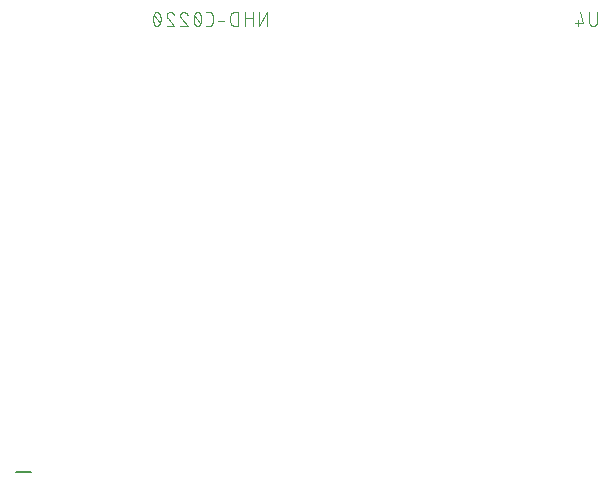
<source format=gbr>
G04 EAGLE Gerber X2 export*
%TF.Part,Single*%
%TF.FileFunction,Legend,Bot,1*%
%TF.FilePolarity,Positive*%
%TF.GenerationSoftware,Autodesk,EAGLE,9.1.3*%
%TF.CreationDate,2018-10-15T23:42:15Z*%
G75*
%MOMM*%
%FSLAX34Y34*%
%LPD*%
%AMOC8*
5,1,8,0,0,1.08239X$1,22.5*%
G01*
%ADD10C,0.203200*%
%ADD11C,0.101600*%


D10*
X209550Y206820D02*
X222250Y206820D01*
D11*
X701592Y587954D02*
X701592Y596392D01*
X701592Y587954D02*
X701590Y587841D01*
X701584Y587728D01*
X701574Y587615D01*
X701560Y587502D01*
X701543Y587390D01*
X701521Y587279D01*
X701496Y587169D01*
X701466Y587059D01*
X701433Y586951D01*
X701396Y586844D01*
X701356Y586738D01*
X701311Y586634D01*
X701263Y586531D01*
X701212Y586430D01*
X701157Y586331D01*
X701099Y586234D01*
X701037Y586139D01*
X700972Y586046D01*
X700904Y585956D01*
X700833Y585868D01*
X700758Y585782D01*
X700681Y585699D01*
X700601Y585619D01*
X700518Y585542D01*
X700432Y585467D01*
X700344Y585396D01*
X700254Y585328D01*
X700161Y585263D01*
X700066Y585201D01*
X699969Y585143D01*
X699870Y585088D01*
X699769Y585037D01*
X699666Y584989D01*
X699562Y584944D01*
X699456Y584904D01*
X699349Y584867D01*
X699241Y584834D01*
X699131Y584804D01*
X699021Y584779D01*
X698910Y584757D01*
X698798Y584740D01*
X698685Y584726D01*
X698572Y584716D01*
X698459Y584710D01*
X698346Y584708D01*
X698233Y584710D01*
X698120Y584716D01*
X698007Y584726D01*
X697894Y584740D01*
X697782Y584757D01*
X697671Y584779D01*
X697561Y584804D01*
X697451Y584834D01*
X697343Y584867D01*
X697236Y584904D01*
X697130Y584944D01*
X697026Y584989D01*
X696923Y585037D01*
X696822Y585088D01*
X696723Y585143D01*
X696626Y585201D01*
X696531Y585263D01*
X696438Y585328D01*
X696348Y585396D01*
X696260Y585467D01*
X696174Y585542D01*
X696091Y585619D01*
X696011Y585699D01*
X695934Y585782D01*
X695859Y585868D01*
X695788Y585956D01*
X695720Y586046D01*
X695655Y586139D01*
X695593Y586234D01*
X695535Y586331D01*
X695480Y586430D01*
X695429Y586531D01*
X695381Y586634D01*
X695336Y586738D01*
X695296Y586844D01*
X695259Y586951D01*
X695226Y587059D01*
X695196Y587169D01*
X695171Y587279D01*
X695149Y587390D01*
X695132Y587502D01*
X695118Y587615D01*
X695108Y587728D01*
X695102Y587841D01*
X695100Y587954D01*
X695101Y587954D02*
X695101Y596392D01*
X687185Y596392D02*
X689781Y587304D01*
X683290Y587304D01*
X685237Y589901D02*
X685237Y584708D01*
X422192Y584708D02*
X422192Y596392D01*
X415701Y584708D01*
X415701Y596392D01*
X410000Y596392D02*
X410000Y584708D01*
X410000Y591199D02*
X403509Y591199D01*
X403509Y596392D02*
X403509Y584708D01*
X397808Y584708D02*
X397808Y596392D01*
X394563Y596392D01*
X394450Y596390D01*
X394337Y596384D01*
X394224Y596374D01*
X394111Y596360D01*
X393999Y596343D01*
X393888Y596321D01*
X393778Y596296D01*
X393668Y596266D01*
X393560Y596233D01*
X393453Y596196D01*
X393347Y596156D01*
X393243Y596111D01*
X393140Y596063D01*
X393039Y596012D01*
X392940Y595957D01*
X392843Y595899D01*
X392748Y595837D01*
X392655Y595772D01*
X392565Y595704D01*
X392477Y595633D01*
X392391Y595558D01*
X392308Y595481D01*
X392228Y595401D01*
X392151Y595318D01*
X392076Y595232D01*
X392005Y595144D01*
X391937Y595054D01*
X391872Y594961D01*
X391810Y594866D01*
X391752Y594769D01*
X391697Y594670D01*
X391646Y594569D01*
X391598Y594466D01*
X391553Y594362D01*
X391513Y594256D01*
X391476Y594149D01*
X391443Y594041D01*
X391413Y593931D01*
X391388Y593821D01*
X391366Y593710D01*
X391349Y593598D01*
X391335Y593485D01*
X391325Y593372D01*
X391319Y593259D01*
X391317Y593146D01*
X391317Y587954D01*
X391319Y587841D01*
X391325Y587728D01*
X391335Y587615D01*
X391349Y587502D01*
X391366Y587390D01*
X391388Y587279D01*
X391413Y587169D01*
X391443Y587059D01*
X391476Y586951D01*
X391513Y586844D01*
X391553Y586738D01*
X391598Y586634D01*
X391646Y586531D01*
X391697Y586430D01*
X391752Y586331D01*
X391810Y586234D01*
X391872Y586139D01*
X391937Y586046D01*
X392005Y585956D01*
X392076Y585868D01*
X392151Y585782D01*
X392228Y585699D01*
X392308Y585619D01*
X392391Y585542D01*
X392477Y585467D01*
X392565Y585396D01*
X392655Y585328D01*
X392748Y585263D01*
X392843Y585201D01*
X392940Y585143D01*
X393039Y585088D01*
X393140Y585037D01*
X393243Y584989D01*
X393347Y584944D01*
X393453Y584904D01*
X393560Y584867D01*
X393668Y584834D01*
X393778Y584804D01*
X393888Y584779D01*
X393999Y584757D01*
X394111Y584740D01*
X394224Y584726D01*
X394337Y584716D01*
X394450Y584710D01*
X394563Y584708D01*
X397808Y584708D01*
X386110Y589252D02*
X380917Y589252D01*
X373528Y584708D02*
X370931Y584708D01*
X373528Y584708D02*
X373627Y584710D01*
X373727Y584716D01*
X373826Y584725D01*
X373924Y584738D01*
X374022Y584755D01*
X374120Y584776D01*
X374216Y584801D01*
X374311Y584829D01*
X374405Y584861D01*
X374498Y584896D01*
X374590Y584935D01*
X374680Y584978D01*
X374768Y585023D01*
X374855Y585073D01*
X374939Y585125D01*
X375022Y585181D01*
X375102Y585239D01*
X375180Y585301D01*
X375255Y585366D01*
X375328Y585434D01*
X375398Y585504D01*
X375466Y585577D01*
X375531Y585652D01*
X375593Y585730D01*
X375651Y585810D01*
X375707Y585893D01*
X375759Y585977D01*
X375809Y586064D01*
X375854Y586152D01*
X375897Y586242D01*
X375936Y586334D01*
X375971Y586427D01*
X376003Y586521D01*
X376031Y586616D01*
X376056Y586712D01*
X376077Y586810D01*
X376094Y586908D01*
X376107Y587006D01*
X376116Y587105D01*
X376122Y587205D01*
X376124Y587304D01*
X376124Y593796D01*
X376122Y593895D01*
X376116Y593995D01*
X376107Y594094D01*
X376094Y594192D01*
X376077Y594290D01*
X376056Y594388D01*
X376031Y594484D01*
X376003Y594579D01*
X375971Y594673D01*
X375936Y594766D01*
X375897Y594858D01*
X375854Y594948D01*
X375809Y595036D01*
X375759Y595123D01*
X375707Y595207D01*
X375651Y595290D01*
X375593Y595370D01*
X375531Y595448D01*
X375466Y595523D01*
X375398Y595596D01*
X375328Y595666D01*
X375255Y595734D01*
X375180Y595799D01*
X375102Y595861D01*
X375022Y595919D01*
X374939Y595975D01*
X374855Y596027D01*
X374768Y596077D01*
X374680Y596122D01*
X374590Y596165D01*
X374498Y596204D01*
X374405Y596239D01*
X374311Y596271D01*
X374216Y596299D01*
X374120Y596324D01*
X374022Y596345D01*
X373924Y596362D01*
X373826Y596375D01*
X373727Y596384D01*
X373627Y596390D01*
X373528Y596392D01*
X370931Y596392D01*
X365593Y594769D02*
X365692Y594562D01*
X365785Y594352D01*
X365873Y594139D01*
X365956Y593925D01*
X366034Y593709D01*
X366107Y593491D01*
X366175Y593271D01*
X366237Y593050D01*
X366294Y592827D01*
X366346Y592603D01*
X366392Y592378D01*
X366433Y592152D01*
X366468Y591925D01*
X366498Y591697D01*
X366523Y591468D01*
X366542Y591239D01*
X366556Y591010D01*
X366564Y590780D01*
X366567Y590550D01*
X365593Y594769D02*
X365560Y594859D01*
X365524Y594948D01*
X365484Y595036D01*
X365440Y595121D01*
X365393Y595205D01*
X365343Y595287D01*
X365289Y595367D01*
X365233Y595444D01*
X365173Y595520D01*
X365110Y595593D01*
X365045Y595663D01*
X364976Y595731D01*
X364905Y595795D01*
X364832Y595857D01*
X364756Y595916D01*
X364678Y595972D01*
X364597Y596025D01*
X364515Y596074D01*
X364431Y596120D01*
X364344Y596163D01*
X364257Y596202D01*
X364167Y596238D01*
X364077Y596270D01*
X363985Y596298D01*
X363892Y596323D01*
X363798Y596344D01*
X363704Y596361D01*
X363609Y596375D01*
X363513Y596384D01*
X363417Y596390D01*
X363321Y596392D01*
X363225Y596390D01*
X363129Y596384D01*
X363033Y596375D01*
X362938Y596361D01*
X362844Y596344D01*
X362750Y596323D01*
X362657Y596298D01*
X362565Y596270D01*
X362475Y596238D01*
X362385Y596202D01*
X362298Y596163D01*
X362211Y596120D01*
X362127Y596074D01*
X362045Y596025D01*
X361964Y595972D01*
X361886Y595916D01*
X361810Y595857D01*
X361737Y595795D01*
X361666Y595731D01*
X361597Y595663D01*
X361532Y595593D01*
X361469Y595520D01*
X361409Y595445D01*
X361353Y595367D01*
X361299Y595287D01*
X361249Y595205D01*
X361202Y595121D01*
X361159Y595036D01*
X361118Y594948D01*
X361082Y594859D01*
X361049Y594769D01*
X360950Y594561D01*
X360857Y594351D01*
X360769Y594139D01*
X360686Y593925D01*
X360608Y593708D01*
X360535Y593490D01*
X360467Y593271D01*
X360405Y593049D01*
X360348Y592827D01*
X360296Y592603D01*
X360250Y592378D01*
X360209Y592152D01*
X360174Y591924D01*
X360144Y591697D01*
X360119Y591468D01*
X360100Y591239D01*
X360086Y591010D01*
X360078Y590780D01*
X360075Y590550D01*
X366566Y590550D02*
X366563Y590320D01*
X366555Y590090D01*
X366541Y589861D01*
X366522Y589632D01*
X366497Y589403D01*
X366467Y589175D01*
X366432Y588948D01*
X366391Y588722D01*
X366345Y588497D01*
X366293Y588273D01*
X366236Y588050D01*
X366174Y587829D01*
X366106Y587609D01*
X366033Y587391D01*
X365955Y587175D01*
X365872Y586961D01*
X365784Y586749D01*
X365691Y586538D01*
X365592Y586331D01*
X365593Y586331D02*
X365560Y586241D01*
X365524Y586152D01*
X365483Y586064D01*
X365440Y585979D01*
X365393Y585895D01*
X365343Y585813D01*
X365289Y585733D01*
X365233Y585656D01*
X365173Y585580D01*
X365110Y585507D01*
X365045Y585437D01*
X364976Y585369D01*
X364905Y585305D01*
X364832Y585243D01*
X364756Y585184D01*
X364678Y585128D01*
X364597Y585075D01*
X364515Y585026D01*
X364431Y584980D01*
X364344Y584937D01*
X364257Y584898D01*
X364167Y584862D01*
X364077Y584830D01*
X363985Y584802D01*
X363892Y584777D01*
X363798Y584756D01*
X363704Y584739D01*
X363609Y584725D01*
X363513Y584716D01*
X363417Y584710D01*
X363321Y584708D01*
X361049Y586331D02*
X360950Y586538D01*
X360857Y586749D01*
X360769Y586961D01*
X360686Y587175D01*
X360608Y587391D01*
X360535Y587609D01*
X360467Y587829D01*
X360405Y588050D01*
X360348Y588273D01*
X360296Y588497D01*
X360250Y588722D01*
X360209Y588948D01*
X360174Y589175D01*
X360144Y589403D01*
X360119Y589632D01*
X360100Y589861D01*
X360086Y590090D01*
X360078Y590320D01*
X360075Y590550D01*
X361049Y586331D02*
X361082Y586241D01*
X361118Y586152D01*
X361159Y586064D01*
X361202Y585979D01*
X361249Y585895D01*
X361299Y585813D01*
X361353Y585733D01*
X361409Y585655D01*
X361469Y585580D01*
X361532Y585507D01*
X361597Y585437D01*
X361666Y585369D01*
X361737Y585305D01*
X361810Y585243D01*
X361886Y585184D01*
X361964Y585128D01*
X362045Y585075D01*
X362127Y585026D01*
X362211Y584980D01*
X362298Y584937D01*
X362385Y584898D01*
X362475Y584862D01*
X362565Y584830D01*
X362657Y584802D01*
X362750Y584777D01*
X362844Y584756D01*
X362938Y584739D01*
X363033Y584725D01*
X363129Y584716D01*
X363225Y584710D01*
X363321Y584708D01*
X365917Y587304D02*
X360724Y593796D01*
X351566Y596392D02*
X351459Y596390D01*
X351353Y596384D01*
X351247Y596374D01*
X351141Y596361D01*
X351035Y596343D01*
X350931Y596322D01*
X350827Y596297D01*
X350724Y596268D01*
X350623Y596236D01*
X350523Y596199D01*
X350424Y596159D01*
X350326Y596116D01*
X350230Y596069D01*
X350136Y596018D01*
X350044Y595964D01*
X349954Y595907D01*
X349866Y595847D01*
X349781Y595783D01*
X349698Y595716D01*
X349617Y595646D01*
X349539Y595574D01*
X349463Y595498D01*
X349391Y595420D01*
X349321Y595339D01*
X349254Y595256D01*
X349190Y595171D01*
X349130Y595083D01*
X349073Y594993D01*
X349019Y594901D01*
X348968Y594807D01*
X348921Y594711D01*
X348878Y594613D01*
X348838Y594514D01*
X348801Y594414D01*
X348769Y594313D01*
X348740Y594210D01*
X348715Y594106D01*
X348694Y594002D01*
X348676Y593896D01*
X348663Y593790D01*
X348653Y593684D01*
X348647Y593578D01*
X348645Y593471D01*
X351566Y596392D02*
X351687Y596390D01*
X351808Y596384D01*
X351928Y596374D01*
X352049Y596361D01*
X352168Y596343D01*
X352288Y596322D01*
X352406Y596297D01*
X352523Y596268D01*
X352640Y596235D01*
X352755Y596199D01*
X352869Y596158D01*
X352982Y596115D01*
X353094Y596067D01*
X353203Y596016D01*
X353311Y595961D01*
X353418Y595903D01*
X353522Y595842D01*
X353624Y595777D01*
X353724Y595709D01*
X353822Y595638D01*
X353918Y595564D01*
X354011Y595487D01*
X354101Y595406D01*
X354189Y595323D01*
X354274Y595237D01*
X354357Y595148D01*
X354436Y595057D01*
X354513Y594963D01*
X354586Y594867D01*
X354656Y594769D01*
X354723Y594668D01*
X354787Y594565D01*
X354848Y594460D01*
X354905Y594353D01*
X354958Y594245D01*
X355008Y594135D01*
X355054Y594023D01*
X355097Y593910D01*
X355136Y593795D01*
X349620Y591199D02*
X349541Y591277D01*
X349465Y591357D01*
X349392Y591440D01*
X349322Y591526D01*
X349255Y591613D01*
X349191Y591704D01*
X349131Y591796D01*
X349073Y591890D01*
X349019Y591987D01*
X348969Y592085D01*
X348922Y592185D01*
X348878Y592286D01*
X348838Y592389D01*
X348802Y592494D01*
X348770Y592599D01*
X348741Y592706D01*
X348716Y592813D01*
X348694Y592922D01*
X348677Y593031D01*
X348663Y593140D01*
X348654Y593250D01*
X348648Y593361D01*
X348646Y593471D01*
X349619Y591199D02*
X355136Y584708D01*
X348645Y584708D01*
X337215Y593471D02*
X337217Y593578D01*
X337223Y593684D01*
X337233Y593790D01*
X337246Y593896D01*
X337264Y594002D01*
X337285Y594106D01*
X337310Y594210D01*
X337339Y594313D01*
X337371Y594414D01*
X337408Y594514D01*
X337448Y594613D01*
X337491Y594711D01*
X337538Y594807D01*
X337589Y594901D01*
X337643Y594993D01*
X337700Y595083D01*
X337760Y595171D01*
X337824Y595256D01*
X337891Y595339D01*
X337961Y595420D01*
X338033Y595498D01*
X338109Y595574D01*
X338187Y595646D01*
X338268Y595716D01*
X338351Y595783D01*
X338436Y595847D01*
X338524Y595907D01*
X338614Y595964D01*
X338706Y596018D01*
X338800Y596069D01*
X338896Y596116D01*
X338994Y596159D01*
X339093Y596199D01*
X339193Y596236D01*
X339294Y596268D01*
X339397Y596297D01*
X339501Y596322D01*
X339605Y596343D01*
X339711Y596361D01*
X339817Y596374D01*
X339923Y596384D01*
X340029Y596390D01*
X340136Y596392D01*
X340257Y596390D01*
X340378Y596384D01*
X340498Y596374D01*
X340619Y596361D01*
X340738Y596343D01*
X340858Y596322D01*
X340976Y596297D01*
X341093Y596268D01*
X341210Y596235D01*
X341325Y596199D01*
X341439Y596158D01*
X341552Y596115D01*
X341664Y596067D01*
X341773Y596016D01*
X341881Y595961D01*
X341988Y595903D01*
X342092Y595842D01*
X342194Y595777D01*
X342294Y595709D01*
X342392Y595638D01*
X342488Y595564D01*
X342581Y595487D01*
X342671Y595406D01*
X342759Y595323D01*
X342844Y595237D01*
X342927Y595148D01*
X343006Y595057D01*
X343083Y594963D01*
X343156Y594867D01*
X343226Y594769D01*
X343293Y594668D01*
X343357Y594565D01*
X343418Y594460D01*
X343475Y594353D01*
X343528Y594245D01*
X343578Y594135D01*
X343624Y594023D01*
X343667Y593910D01*
X343706Y593795D01*
X338190Y591199D02*
X338111Y591277D01*
X338035Y591357D01*
X337962Y591440D01*
X337892Y591526D01*
X337825Y591613D01*
X337761Y591704D01*
X337701Y591796D01*
X337643Y591890D01*
X337589Y591987D01*
X337539Y592085D01*
X337492Y592185D01*
X337448Y592286D01*
X337408Y592389D01*
X337372Y592494D01*
X337340Y592599D01*
X337311Y592706D01*
X337286Y592813D01*
X337264Y592922D01*
X337247Y593031D01*
X337233Y593140D01*
X337224Y593250D01*
X337218Y593361D01*
X337216Y593471D01*
X338189Y591199D02*
X343706Y584708D01*
X337215Y584708D01*
X332277Y590550D02*
X332274Y590780D01*
X332266Y591010D01*
X332252Y591239D01*
X332233Y591468D01*
X332208Y591697D01*
X332178Y591925D01*
X332143Y592152D01*
X332102Y592378D01*
X332056Y592603D01*
X332004Y592827D01*
X331947Y593050D01*
X331885Y593271D01*
X331817Y593491D01*
X331744Y593709D01*
X331666Y593925D01*
X331583Y594139D01*
X331495Y594352D01*
X331402Y594562D01*
X331303Y594769D01*
X331270Y594859D01*
X331234Y594948D01*
X331194Y595036D01*
X331150Y595121D01*
X331103Y595205D01*
X331053Y595287D01*
X330999Y595367D01*
X330943Y595444D01*
X330883Y595520D01*
X330820Y595593D01*
X330755Y595663D01*
X330686Y595731D01*
X330615Y595795D01*
X330542Y595857D01*
X330466Y595916D01*
X330388Y595972D01*
X330307Y596025D01*
X330225Y596074D01*
X330141Y596120D01*
X330054Y596163D01*
X329967Y596202D01*
X329877Y596238D01*
X329787Y596270D01*
X329695Y596298D01*
X329602Y596323D01*
X329508Y596344D01*
X329414Y596361D01*
X329319Y596375D01*
X329223Y596384D01*
X329127Y596390D01*
X329031Y596392D01*
X328935Y596390D01*
X328839Y596384D01*
X328743Y596375D01*
X328648Y596361D01*
X328554Y596344D01*
X328460Y596323D01*
X328367Y596298D01*
X328275Y596270D01*
X328185Y596238D01*
X328095Y596202D01*
X328008Y596163D01*
X327921Y596120D01*
X327837Y596074D01*
X327755Y596025D01*
X327674Y595972D01*
X327596Y595916D01*
X327520Y595857D01*
X327447Y595795D01*
X327376Y595731D01*
X327307Y595663D01*
X327242Y595593D01*
X327179Y595520D01*
X327119Y595445D01*
X327063Y595367D01*
X327009Y595287D01*
X326959Y595205D01*
X326912Y595121D01*
X326869Y595036D01*
X326828Y594948D01*
X326792Y594859D01*
X326759Y594769D01*
X326760Y594769D02*
X326661Y594561D01*
X326568Y594351D01*
X326480Y594139D01*
X326397Y593925D01*
X326319Y593708D01*
X326246Y593490D01*
X326178Y593271D01*
X326116Y593049D01*
X326059Y592827D01*
X326007Y592603D01*
X325961Y592378D01*
X325920Y592152D01*
X325885Y591924D01*
X325855Y591697D01*
X325830Y591468D01*
X325811Y591239D01*
X325797Y591010D01*
X325789Y590780D01*
X325786Y590550D01*
X332276Y590550D02*
X332273Y590320D01*
X332265Y590090D01*
X332251Y589861D01*
X332232Y589632D01*
X332207Y589403D01*
X332177Y589175D01*
X332142Y588948D01*
X332101Y588722D01*
X332055Y588497D01*
X332003Y588273D01*
X331946Y588050D01*
X331884Y587829D01*
X331816Y587609D01*
X331743Y587391D01*
X331665Y587175D01*
X331582Y586961D01*
X331494Y586749D01*
X331401Y586538D01*
X331302Y586331D01*
X331303Y586331D02*
X331270Y586241D01*
X331234Y586152D01*
X331193Y586064D01*
X331150Y585979D01*
X331103Y585895D01*
X331053Y585813D01*
X330999Y585733D01*
X330943Y585656D01*
X330883Y585580D01*
X330820Y585507D01*
X330755Y585437D01*
X330686Y585369D01*
X330615Y585305D01*
X330542Y585243D01*
X330466Y585184D01*
X330388Y585128D01*
X330307Y585075D01*
X330225Y585026D01*
X330141Y584980D01*
X330054Y584937D01*
X329967Y584898D01*
X329877Y584862D01*
X329787Y584830D01*
X329695Y584802D01*
X329602Y584777D01*
X329508Y584756D01*
X329414Y584739D01*
X329319Y584725D01*
X329223Y584716D01*
X329127Y584710D01*
X329031Y584708D01*
X326759Y586331D02*
X326660Y586538D01*
X326567Y586749D01*
X326479Y586961D01*
X326396Y587175D01*
X326318Y587391D01*
X326245Y587609D01*
X326177Y587829D01*
X326115Y588050D01*
X326058Y588273D01*
X326006Y588497D01*
X325960Y588722D01*
X325919Y588948D01*
X325884Y589175D01*
X325854Y589403D01*
X325829Y589632D01*
X325810Y589861D01*
X325796Y590090D01*
X325788Y590320D01*
X325785Y590550D01*
X326759Y586331D02*
X326792Y586241D01*
X326828Y586152D01*
X326869Y586064D01*
X326912Y585979D01*
X326959Y585895D01*
X327009Y585813D01*
X327063Y585733D01*
X327119Y585655D01*
X327179Y585580D01*
X327242Y585507D01*
X327307Y585437D01*
X327376Y585369D01*
X327447Y585305D01*
X327520Y585243D01*
X327596Y585184D01*
X327674Y585128D01*
X327755Y585075D01*
X327837Y585026D01*
X327921Y584980D01*
X328008Y584937D01*
X328095Y584898D01*
X328185Y584862D01*
X328275Y584830D01*
X328367Y584802D01*
X328460Y584777D01*
X328554Y584756D01*
X328648Y584739D01*
X328743Y584725D01*
X328839Y584716D01*
X328935Y584710D01*
X329031Y584708D01*
X331627Y587304D02*
X326434Y593796D01*
M02*

</source>
